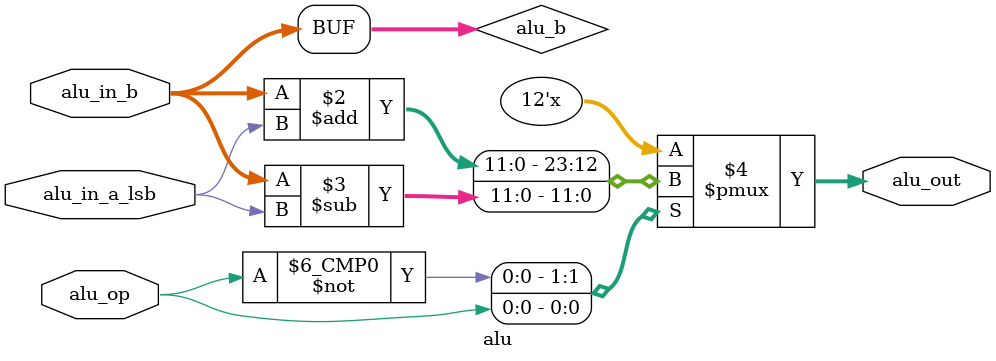
<source format=v>
	`define alu_op_add1   	1'b0
	`define alu_op_sub1 	1'b1

module alu (alu_in_a_lsb, alu_op, alu_in_b, alu_out);
    parameter alu_width = 12;
    input               		alu_in_a_lsb, alu_op ;
    input signed[alu_width-1:0] 		alu_in_b;
    output reg signed[alu_width-1:0]	alu_out ;
    wire						alu_in_a_lsb, alu_op;
    
    wire [alu_width-1:0] alu_b;
    assign alu_b = alu_in_b;
    
    always @(*)
    begin
    	case (alu_op) 
    	    `alu_op_add1:
    	        begin
    	            alu_out = alu_b+alu_in_a_lsb;			
    	        end
    	    `alu_op_sub1:
    	        begin
    	            alu_out = alu_b-alu_in_a_lsb;
    	        end
    	    default:
    	        begin
    	            alu_out = 0; 
    	        end
    	endcase

    end
    
    

endmodule


// module alu (alu_in_a_lsb, alu_in_b, alu_in_x, alu_in_w, alu_out);
//     parameter alu_width = 12;
//     input               		alu_in_a_lsb, alu_in_x, alu_in_w ;
//     input signed[alu_width-1:0] 		alu_in_b;
//     output reg signed[alu_width-1:0]	alu_out ;
//     wire						alu_in_a_lsb, alu_in_b, alu_op;
    
//     wire [alu_width-1:0] alu_b;
//     assign alu_b = alu_in_b;
//     assign alu_op=alu_in_w^alu_in_x;
    
//     always @(*)
//     begin
//     	case (alu_op) 
//     	    `alu_op_add1:
//     	        begin
//     	            alu_out = alu_b+alu_in_a_lsb;			
//     	        end
//     	    `alu_op_sub1:
//     	        begin
//     	            alu_out = alu_b-alu_in_a_lsb;
//     	        end
//     	    default:
//     	        begin
//     	            alu_out = 0; 
//     	        end
//     	endcase

//     end
    
    

// endmodule

</source>
